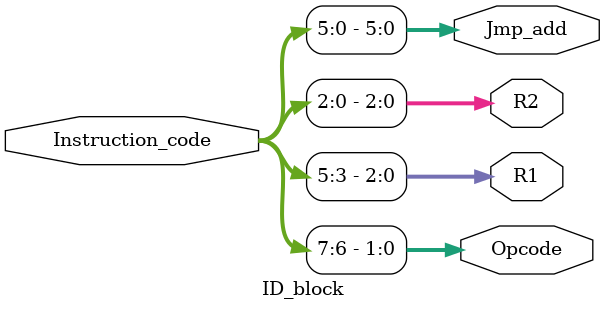
<source format=v>


module ID_block(
  input [7:0] Instruction_code,
  output [1:0] Opcode,
  output [2:0] R1, 
  output [2:0] R2,
  output [5:0] Jmp_add);
  
  assign Opcode = Instruction_code[7:6];
  assign R1 = Instruction_code[5:3];
  assign R2 = Instruction_code[2:0];
  assign Jmp_add = Instruction_code[5:0];
  
endmodule


</source>
